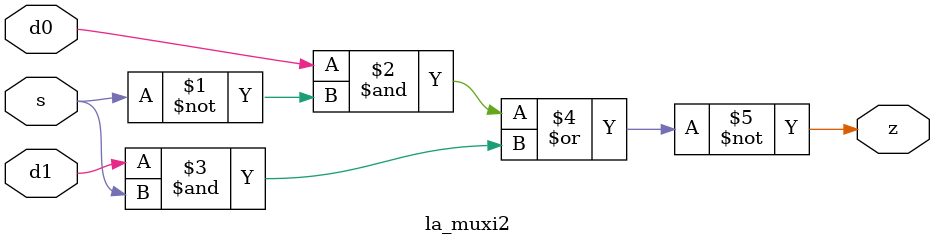
<source format=v>
module la_muxi2(	// file.cleaned.mlir:2:3
  input  d0,	// file.cleaned.mlir:2:26
         d1,	// file.cleaned.mlir:2:39
         s,	// file.cleaned.mlir:2:52
  output z	// file.cleaned.mlir:2:65
);

  assign z = ~(d0 & ~s | d1 & s);	// file.cleaned.mlir:4:10, :5:10, :6:10, :7:10, :8:10, :9:5
endmodule


</source>
